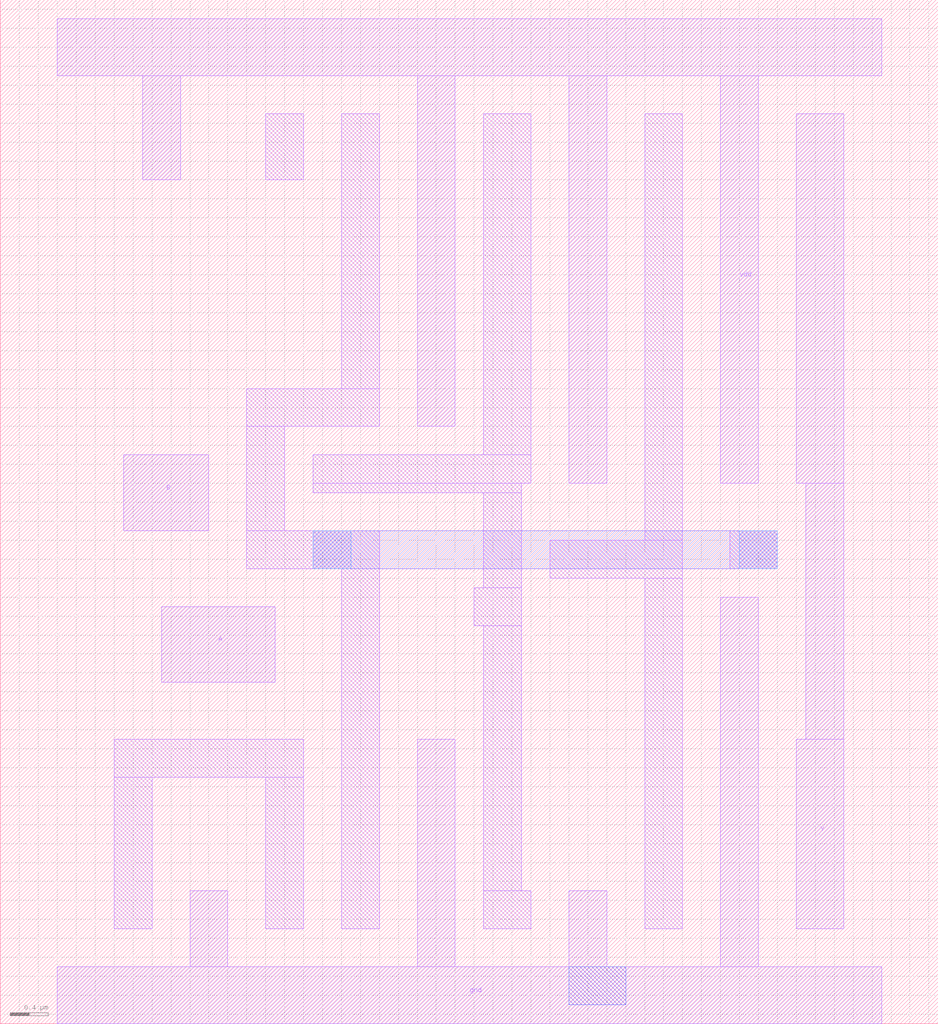
<source format=lef>
VERSION 5.7 ;
  NOWIREEXTENSIONATPIN ON ;
  DIVIDERCHAR "/" ;
  BUSBITCHARS "[]" ;
MACRO POR2X1
  CLASS BLOCK ;
  FOREIGN POR2X1 ;
  ORIGIN 0.800 0.300 ;
  SIZE 9.900 BY 10.800 ;
  PIN vdd
    DIRECTION INOUT ;
    USE POWER ;
    SHAPE ABUTMENT ;
    PORT
      LAYER metal1 ;
        RECT -0.200 9.700 8.500 10.300 ;
        RECT 0.700 8.600 1.100 9.700 ;
        RECT 3.600 6.000 4.000 9.700 ;
        RECT 5.200 5.400 5.600 9.700 ;
        RECT 6.800 5.400 7.200 9.700 ;
    END
  END vdd
  PIN gnd
    DIRECTION INOUT ;
    USE POWER ;
    SHAPE ABUTMENT ;
    PORT
      LAYER metal1 ;
        RECT 1.200 0.300 1.600 1.100 ;
        RECT 3.600 0.300 4.000 2.700 ;
        RECT 5.200 0.300 5.600 1.100 ;
        RECT 6.800 0.300 7.200 4.200 ;
        RECT -0.200 -0.300 8.500 0.300 ;
    END
  END gnd
  PIN B
    DIRECTION INPUT ;
    USE SIGNAL ;
    ANTENNAGATEAREA 0.220000 ;
    PORT
      LAYER metal1 ;
        RECT 0.500 4.900 1.400 5.700 ;
    END
  END B
  PIN A
    DIRECTION INPUT ;
    USE SIGNAL ;
    ANTENNAGATEAREA 0.220000 ;
    PORT
      LAYER metal1 ;
        RECT 0.900 3.300 2.100 4.100 ;
    END
  END A
  PIN Y
    DIRECTION OUTPUT ;
    USE SIGNAL ;
    PORT
      LAYER metal1 ;
        RECT 7.600 5.400 8.100 9.300 ;
        RECT 7.700 2.700 8.100 5.400 ;
        RECT 7.600 0.700 8.100 2.700 ;
    END
  END Y
  OBS
      LAYER metal1 ;
        RECT 2.000 8.600 2.400 9.300 ;
        RECT 2.800 6.400 3.200 9.300 ;
        RECT 1.800 6.000 3.200 6.400 ;
        RECT 1.800 4.900 2.200 6.000 ;
        RECT 4.300 5.700 4.800 9.300 ;
        RECT 2.500 5.400 4.800 5.700 ;
        RECT 2.500 5.300 4.700 5.400 ;
        RECT 1.800 4.500 3.200 4.900 ;
        RECT 0.400 2.300 2.400 2.700 ;
        RECT 0.400 0.700 0.800 2.300 ;
        RECT 2.000 0.700 2.400 2.300 ;
        RECT 2.800 0.700 3.200 4.500 ;
        RECT 4.300 4.300 4.700 5.300 ;
        RECT 6.000 4.800 6.400 9.300 ;
        RECT 5.000 4.400 6.400 4.800 ;
        RECT 6.900 4.500 7.400 4.900 ;
        RECT 4.200 3.900 4.700 4.300 ;
        RECT 4.300 1.100 4.700 3.900 ;
        RECT 4.300 0.700 4.800 1.100 ;
        RECT 6.000 0.700 6.400 4.400 ;
      LAYER via1 ;
        RECT 2.500 4.500 2.900 4.900 ;
        RECT 7.000 4.500 7.400 4.900 ;
      LAYER metal2 ;
        RECT 2.500 4.500 7.400 4.900 ;
      LAYER metal4 ;
        RECT 5.200 -0.100 5.800 0.300 ;
  END
END POR2X1
END LIBRARY


</source>
